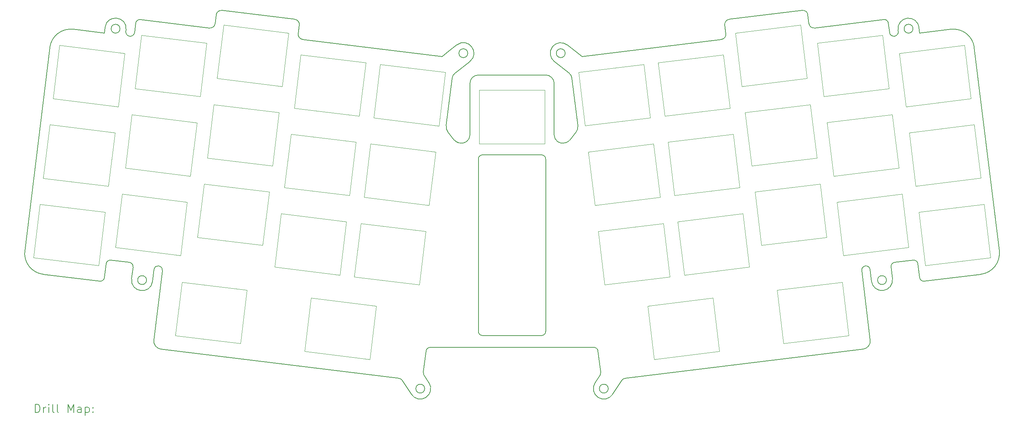
<source format=gbr>
%TF.GenerationSoftware,KiCad,Pcbnew,7.0.11+1*%
%TF.CreationDate,Date%
%TF.ProjectId,plate_alps,706c6174-655f-4616-9c70-732e6b696361,v0.1*%
%TF.SameCoordinates,PX8bd8a70PY50733a9*%
%TF.FileFunction,Drillmap*%
%TF.FilePolarity,Positive*%
%FSLAX45Y45*%
G04 Gerber Fmt 4.5, Leading zero omitted, Abs format (unit mm)*
G04 Created by KiCad*
%MOMM*%
%LPD*%
G01*
G04 APERTURE LIST*
%ADD10C,0.200000*%
%ADD11C,0.100000*%
G04 APERTURE END LIST*
D10*
X15664954Y-7635806D02*
G75*
G03*
X15464946Y-7435806I-200004J-4D01*
G01*
X7768292Y-5899563D02*
X9505248Y-6112834D01*
X13000263Y-6996607D02*
X13157973Y-6873390D01*
X24349350Y-12254164D02*
G75*
G03*
X24460788Y-12341232I99260J12194D01*
G01*
X17344395Y-14654494D02*
X23002554Y-13959760D01*
X5019723Y-11927357D02*
X4979547Y-12254570D01*
X3086355Y-11619111D02*
G75*
G03*
X3521694Y-12176319I496255J-60949D01*
G01*
X13660987Y-7114385D02*
G75*
G03*
X13352501Y-6720889I-154247J196745D01*
G01*
X16636342Y-14759971D02*
G75*
G03*
X17055221Y-15032984I209438J-136509D01*
G01*
X13611743Y-6917636D02*
G75*
G03*
X13401743Y-6917636I-105000J0D01*
G01*
X13401743Y-6917636D02*
G75*
G03*
X13611743Y-6917636I105000J0D01*
G01*
X5694116Y-6426331D02*
X5721460Y-6203634D01*
X5131165Y-11840286D02*
G75*
G03*
X5019723Y-11927357I-12195J-99244D01*
G01*
X13314598Y-7385004D02*
G75*
G03*
X13239224Y-7518236I123112J-157586D01*
G01*
X6155813Y-12066852D02*
X6121562Y-12345799D01*
X13401894Y-9050266D02*
G75*
G03*
X13663947Y-8860145I62056J190126D01*
G01*
X12273674Y-15033392D02*
X12056088Y-14699552D01*
X5574672Y-6512416D02*
X5582675Y-6513399D01*
X25807199Y-12175911D02*
G75*
G03*
X26242538Y-11618705I-60919J496261D01*
G01*
X9609729Y-6246564D02*
X9583984Y-6456240D01*
X23002554Y-13959759D02*
G75*
G03*
X23176689Y-13736877I-24374J198509D01*
G01*
X12720579Y-13914990D02*
X16608264Y-13914636D01*
X24349347Y-12254164D02*
X24309170Y-11926951D01*
X5487603Y-6400975D02*
G75*
G03*
X5574672Y-6512416I99257J-12185D01*
G01*
X6152205Y-13737283D02*
X6354315Y-12091221D01*
X5659546Y-12005918D02*
G75*
G03*
X5572472Y-11894475I-99266J12178D01*
G01*
X5625289Y-12284864D02*
X5659540Y-12005917D01*
X21720071Y-6213315D02*
G75*
G03*
X21853807Y-6317795I119129J14655D01*
G01*
X6326340Y-13960166D02*
X11984498Y-14654900D01*
X24335684Y-6303549D02*
G75*
G03*
X23836896Y-6364792I-249394J-30621D01*
G01*
X23207331Y-12345393D02*
X23173081Y-12066446D01*
X19640428Y-6589563D02*
G75*
G03*
X19744910Y-6455834I-14608J119093D01*
G01*
X16187400Y-8791074D02*
G75*
G03*
X16227949Y-8644029I-157930J122664D01*
G01*
X23207335Y-12345393D02*
G75*
G03*
X23703604Y-12284458I248135J30463D01*
G01*
X16089671Y-7517830D02*
G75*
G03*
X16014293Y-7384602I-198481J-24360D01*
G01*
X7608817Y-6213720D02*
X7634562Y-6004044D01*
X7475086Y-6318205D02*
G75*
G03*
X7608817Y-6213720I14594J119145D01*
G01*
X9583985Y-6456240D02*
G75*
G03*
X9688465Y-6589969I119085J-14640D01*
G01*
X9609728Y-6246564D02*
G75*
G03*
X9505248Y-6112834I-119118J14614D01*
G01*
X15948305Y-9042915D02*
X15927002Y-9049868D01*
X25648849Y-6783501D02*
X26242538Y-11618705D01*
X15927151Y-6917230D02*
G75*
G03*
X15717151Y-6917230I-105000J0D01*
G01*
X15717151Y-6917230D02*
G75*
G03*
X15927151Y-6917230I105000J0D01*
G01*
X15464069Y-9434813D02*
X15464069Y-13534813D01*
X5832902Y-6116562D02*
G75*
G03*
X5721460Y-6203634I-12192J-99248D01*
G01*
X13863947Y-7435806D02*
X15464946Y-7435806D01*
X24352305Y-6438942D02*
X25091641Y-6348163D01*
X15664952Y-8859739D02*
G75*
G03*
X15927002Y-9049868I199998J-1D01*
G01*
X15364069Y-13634813D02*
X13964069Y-13634813D01*
X5491997Y-6365198D02*
G75*
G03*
X4993213Y-6303955I-249392J30621D01*
G01*
X13284686Y-8975862D02*
G75*
G03*
X13380589Y-9043321I157944J122642D01*
G01*
X21853807Y-6317795D02*
X23495992Y-6116160D01*
X5625289Y-12284864D02*
G75*
G03*
X6121562Y-12345799I248137J-30467D01*
G01*
X13157973Y-6873390D02*
X13352501Y-6720888D01*
X13863947Y-7435807D02*
G75*
G03*
X13663947Y-7635806I3J-200003D01*
G01*
X16170920Y-6872985D02*
X16328630Y-6996201D01*
X4237252Y-6348569D02*
X4976589Y-6439348D01*
X13284684Y-8975864D02*
X13141493Y-8791481D01*
X12720579Y-13914988D02*
G75*
G03*
X12621475Y-14001701I11J-100002D01*
G01*
X23756422Y-11894072D02*
G75*
G03*
X23669354Y-12005511I12178J-99248D01*
G01*
X15976392Y-6720482D02*
X16170920Y-6872985D01*
X4237252Y-6348570D02*
G75*
G03*
X3680044Y-6783907I-60922J-496290D01*
G01*
X5832902Y-6116566D02*
X7475087Y-6318201D01*
X13864077Y-13534813D02*
G75*
G03*
X13964069Y-13634813I100023J23D01*
G01*
X19744910Y-6455834D02*
X19719165Y-6246158D01*
X23669354Y-12005511D02*
X23703604Y-12284458D01*
X23560468Y-12314926D02*
G75*
G03*
X23350468Y-12314926I-105000J0D01*
G01*
X23350468Y-12314926D02*
G75*
G03*
X23560468Y-12314926I105000J0D01*
G01*
X13100946Y-8644435D02*
G75*
G03*
X13141493Y-8791481I198474J-24385D01*
G01*
X13660985Y-7114383D02*
X13314601Y-7385008D01*
X13663947Y-7635806D02*
X13663947Y-8860145D01*
X25807199Y-12175913D02*
X24460788Y-12341232D01*
X23607431Y-6203228D02*
G75*
G03*
X23495992Y-6116160I-99251J-12182D01*
G01*
X17272806Y-14699146D02*
X17055220Y-15032986D01*
X13401891Y-9050274D02*
X13380589Y-9043321D01*
X4868105Y-12341637D02*
G75*
G03*
X4979547Y-12254570I12185J99257D01*
G01*
X5582675Y-6513397D02*
G75*
G03*
X5694116Y-6426331I12185J99257D01*
G01*
X15664946Y-8859739D02*
X15664946Y-7635806D01*
X16707385Y-14001340D02*
X16774719Y-14503251D01*
X23634779Y-6425925D02*
G75*
G03*
X23746219Y-6512993I99261J12195D01*
G01*
X13964069Y-9334813D02*
X15364069Y-9334813D01*
X16707385Y-14001340D02*
G75*
G03*
X16608264Y-13914636I-99115J-13300D01*
G01*
X19823646Y-6112429D02*
X21560602Y-5899157D01*
X12588114Y-14896882D02*
G75*
G03*
X12378114Y-14896882I-105000J0D01*
G01*
X12378114Y-14896882D02*
G75*
G03*
X12588114Y-14896882I105000J0D01*
G01*
X24191288Y-6334171D02*
G75*
G03*
X23981288Y-6334171I-105000J0D01*
G01*
X23981288Y-6334171D02*
G75*
G03*
X24191288Y-6334171I105000J0D01*
G01*
X23836896Y-6364792D02*
X23841289Y-6400569D01*
X23607433Y-6203228D02*
X23634777Y-6425925D01*
X13964069Y-9334809D02*
G75*
G03*
X13864069Y-9434813I1J-100001D01*
G01*
X25648854Y-6783501D02*
G75*
G03*
X25091641Y-6348163I-496284J-60949D01*
G01*
X12273673Y-15033389D02*
G75*
G03*
X12692555Y-14760375I209444J136503D01*
G01*
X9688465Y-6589970D02*
X13000263Y-6996607D01*
X16328630Y-6996201D02*
X19640428Y-6589564D01*
X16089670Y-7517830D02*
X16227949Y-8644029D01*
X24309168Y-11926952D02*
G75*
G03*
X24197729Y-11839884I-99248J-12178D01*
G01*
X15464067Y-9434813D02*
G75*
G03*
X15364069Y-9334813I-99997J3D01*
G01*
X16636338Y-14759969D02*
X16759388Y-14571135D01*
X13100944Y-8644435D02*
X13239224Y-7518236D01*
X15976392Y-6720483D02*
G75*
G03*
X15667909Y-7113977I-154242J-196747D01*
G01*
X16950780Y-14896476D02*
G75*
G03*
X16740779Y-14896476I-105000J0D01*
G01*
X16740779Y-14896476D02*
G75*
G03*
X16950780Y-14896476I105000J0D01*
G01*
X4868105Y-12341638D02*
X3521694Y-12176319D01*
X23756422Y-11894069D02*
X24197729Y-11839884D01*
X5131165Y-11840290D02*
X5572472Y-11894475D01*
X12554177Y-14503658D02*
G75*
G03*
X12569505Y-14571541I99113J-13292D01*
G01*
X12569505Y-14571541D02*
X12692555Y-14760375D01*
X5487605Y-6400975D02*
X5491997Y-6365198D01*
X17344396Y-14654496D02*
G75*
G03*
X17272806Y-14699146I12184J-99254D01*
G01*
X21694332Y-6003638D02*
X21720076Y-6213314D01*
X23173082Y-12066442D02*
G75*
G03*
X22974578Y-12090815I-99252J-12188D01*
G01*
X24352260Y-6438580D02*
X24335681Y-6303549D01*
X16759388Y-14571135D02*
G75*
G03*
X16774719Y-14503251I-83778J54595D01*
G01*
X6152205Y-13737283D02*
G75*
G03*
X6326340Y-13960166I198505J-24377D01*
G01*
X13864069Y-13534813D02*
X13864069Y-9434813D01*
X19823646Y-6112427D02*
G75*
G03*
X19719165Y-6246158I14634J-119113D01*
G01*
X23746219Y-6512993D02*
X23754221Y-6512010D01*
X5978426Y-12315332D02*
G75*
G03*
X5768426Y-12315332I-105000J0D01*
G01*
X5768426Y-12315332D02*
G75*
G03*
X5978426Y-12315332I105000J0D01*
G01*
X12554174Y-14503657D02*
X12621475Y-14001701D01*
X16187401Y-8791075D02*
X16044210Y-8975458D01*
X12056089Y-14699551D02*
G75*
G03*
X11984498Y-14654900I-83779J-54609D01*
G01*
X16014293Y-7384602D02*
X15667909Y-7113977D01*
X5347605Y-6334577D02*
G75*
G03*
X5137605Y-6334577I-105000J0D01*
G01*
X5137605Y-6334577D02*
G75*
G03*
X5347605Y-6334577I105000J0D01*
G01*
X15364069Y-13634819D02*
G75*
G03*
X15464069Y-13534813I-9J100009D01*
G01*
X3086356Y-11619111D02*
X3680044Y-6783907D01*
X4993213Y-6303955D02*
X4976633Y-6438986D01*
X21694340Y-6003637D02*
G75*
G03*
X21560602Y-5899157I-119120J-14643D01*
G01*
X15948305Y-9042914D02*
G75*
G03*
X16044210Y-8975458I-62045J190114D01*
G01*
X23754221Y-6512008D02*
G75*
G03*
X23841289Y-6400569I-12191J99258D01*
G01*
X22974578Y-12090815D02*
X23176689Y-13736877D01*
X6354308Y-12091220D02*
G75*
G03*
X6155813Y-12066848I-99248J12180D01*
G01*
X7768292Y-5899557D02*
G75*
G03*
X7634562Y-6004044I-14603J-119133D01*
G01*
D11*
X7810236Y-6247385D02*
X9358608Y-6437502D01*
X9202615Y-7707961D01*
X7654243Y-7517844D01*
X7810236Y-6247385D01*
X9410835Y-8843047D02*
X10959207Y-9033163D01*
X10803214Y-10303622D01*
X9254842Y-10113506D01*
X9410835Y-8843047D01*
X23623490Y-7757980D02*
X22075118Y-7948096D01*
X21919125Y-6677637D01*
X23467497Y-6487521D01*
X23623490Y-7757980D01*
X22665523Y-13633522D02*
X21117151Y-13823639D01*
X20961158Y-12553180D01*
X22509530Y-12363063D01*
X22665523Y-13633522D01*
X5861395Y-6487924D02*
X7409767Y-6678040D01*
X7253774Y-7948499D01*
X5705402Y-7758383D01*
X5861395Y-6487924D01*
X21906810Y-9408241D02*
X20358438Y-9598357D01*
X20202445Y-8327898D01*
X21750817Y-8137782D01*
X21906810Y-9408241D01*
X26036653Y-11780120D02*
X24488281Y-11970236D01*
X24332288Y-10699777D01*
X25880660Y-10509661D01*
X26036653Y-11780120D01*
X3448232Y-10510064D02*
X4996604Y-10700180D01*
X4840611Y-11970639D01*
X3292239Y-11780523D01*
X3448232Y-10510064D01*
X3680394Y-8619264D02*
X5228766Y-8809380D01*
X5072773Y-10079839D01*
X3524401Y-9889723D01*
X3680394Y-8619264D01*
X3912554Y-6728463D02*
X5460926Y-6918579D01*
X5304934Y-8189038D01*
X3756562Y-7998922D01*
X3912554Y-6728463D01*
X9178674Y-10733848D02*
X10727046Y-10923964D01*
X10571053Y-12194423D01*
X9022681Y-12004307D01*
X9178674Y-10733848D01*
X18183249Y-10345264D02*
X16634877Y-10535380D01*
X16478884Y-9264921D01*
X18027257Y-9074805D01*
X18183249Y-10345264D01*
X20306211Y-12003903D02*
X18757839Y-12194019D01*
X18601846Y-10923560D01*
X20150218Y-10733444D01*
X20306211Y-12003903D01*
X23855651Y-9648781D02*
X22307279Y-9838897D01*
X22151286Y-8568438D01*
X23699658Y-8378322D01*
X23855651Y-9648781D01*
X11301635Y-9075208D02*
X12850007Y-9265324D01*
X12694015Y-10535783D01*
X11145643Y-10345667D01*
X11301635Y-9075208D01*
X7345914Y-10028986D02*
X8894286Y-10219103D01*
X8738293Y-11489561D01*
X7189921Y-11299445D01*
X7345914Y-10028986D01*
X11069474Y-10966009D02*
X12617846Y-11156125D01*
X12461853Y-12426584D01*
X10913481Y-12236468D01*
X11069474Y-10966009D01*
X5397073Y-10269526D02*
X6945445Y-10459642D01*
X6789452Y-11730101D01*
X5241080Y-11539984D01*
X5397073Y-10269526D01*
X9642996Y-6952247D02*
X11191368Y-7142363D01*
X11035375Y-8412822D01*
X9487003Y-8222706D01*
X9642996Y-6952247D01*
X7578075Y-8138185D02*
X9126447Y-8328302D01*
X8970454Y-9598761D01*
X7422082Y-9408644D01*
X7578075Y-8138185D01*
X25572330Y-7998519D02*
X24023958Y-8188635D01*
X23867966Y-6918176D01*
X25416338Y-6728060D01*
X25572330Y-7998519D01*
X24087812Y-11539581D02*
X22539440Y-11729697D01*
X22383447Y-10459238D01*
X23931819Y-10269122D01*
X24087812Y-11539581D01*
X6819362Y-12363467D02*
X8367734Y-12553583D01*
X8211741Y-13824042D01*
X6663369Y-13633926D01*
X6819362Y-12363467D01*
X19592972Y-14010784D02*
X18044600Y-14200900D01*
X17888607Y-12930441D01*
X19436979Y-12740325D01*
X19592972Y-14010784D01*
X19841889Y-8222302D02*
X18293517Y-8412418D01*
X18137524Y-7141959D01*
X19685896Y-6951843D01*
X19841889Y-8222302D01*
X5629234Y-8378725D02*
X7177606Y-8568841D01*
X7021613Y-9839300D01*
X5473241Y-9649184D01*
X5629234Y-8378725D01*
X21674649Y-7517441D02*
X20126277Y-7707557D01*
X19970284Y-6437098D01*
X21518656Y-6246982D01*
X21674649Y-7517441D01*
X11533796Y-7184408D02*
X13082168Y-7374524D01*
X12926175Y-8644983D01*
X11377803Y-8454867D01*
X11533796Y-7184408D01*
X17951089Y-8454463D02*
X16402716Y-8644579D01*
X16246724Y-7374120D01*
X17795096Y-7184004D01*
X17951089Y-8454463D01*
X20074050Y-10113103D02*
X18525678Y-10303219D01*
X18369685Y-9032760D01*
X19918057Y-8842644D01*
X20074050Y-10113103D01*
X25804491Y-9889320D02*
X24256119Y-10079436D01*
X24100126Y-8808977D01*
X25648498Y-8618861D01*
X25804491Y-9889320D01*
X22138971Y-11299042D02*
X20590599Y-11489158D01*
X20434606Y-10218699D01*
X21982978Y-10028583D01*
X22138971Y-11299042D01*
X18415411Y-12236064D02*
X16867039Y-12426180D01*
X16711046Y-11155722D01*
X18259418Y-10965605D01*
X18415411Y-12236064D01*
X13883947Y-7795806D02*
X15443947Y-7795806D01*
X15443947Y-9075806D01*
X13883947Y-9075806D01*
X13883947Y-7795806D01*
X9891913Y-12740728D02*
X11440285Y-12930844D01*
X11284292Y-14201303D01*
X9735920Y-14011187D01*
X9891913Y-12740728D01*
D10*
X3333403Y-15468369D02*
X3333403Y-15268369D01*
X3333403Y-15268369D02*
X3381022Y-15268369D01*
X3381022Y-15268369D02*
X3409593Y-15277893D01*
X3409593Y-15277893D02*
X3428641Y-15296941D01*
X3428641Y-15296941D02*
X3438165Y-15315988D01*
X3438165Y-15315988D02*
X3447689Y-15354084D01*
X3447689Y-15354084D02*
X3447689Y-15382655D01*
X3447689Y-15382655D02*
X3438165Y-15420750D01*
X3438165Y-15420750D02*
X3428641Y-15439798D01*
X3428641Y-15439798D02*
X3409593Y-15458846D01*
X3409593Y-15458846D02*
X3381022Y-15468369D01*
X3381022Y-15468369D02*
X3333403Y-15468369D01*
X3533403Y-15468369D02*
X3533403Y-15335036D01*
X3533403Y-15373131D02*
X3542927Y-15354084D01*
X3542927Y-15354084D02*
X3552450Y-15344560D01*
X3552450Y-15344560D02*
X3571498Y-15335036D01*
X3571498Y-15335036D02*
X3590546Y-15335036D01*
X3657212Y-15468369D02*
X3657212Y-15335036D01*
X3657212Y-15268369D02*
X3647689Y-15277893D01*
X3647689Y-15277893D02*
X3657212Y-15287417D01*
X3657212Y-15287417D02*
X3666736Y-15277893D01*
X3666736Y-15277893D02*
X3657212Y-15268369D01*
X3657212Y-15268369D02*
X3657212Y-15287417D01*
X3781022Y-15468369D02*
X3761974Y-15458846D01*
X3761974Y-15458846D02*
X3752450Y-15439798D01*
X3752450Y-15439798D02*
X3752450Y-15268369D01*
X3885784Y-15468369D02*
X3866736Y-15458846D01*
X3866736Y-15458846D02*
X3857212Y-15439798D01*
X3857212Y-15439798D02*
X3857212Y-15268369D01*
X4114355Y-15468369D02*
X4114355Y-15268369D01*
X4114355Y-15268369D02*
X4181022Y-15411227D01*
X4181022Y-15411227D02*
X4247689Y-15268369D01*
X4247689Y-15268369D02*
X4247689Y-15468369D01*
X4428641Y-15468369D02*
X4428641Y-15363608D01*
X4428641Y-15363608D02*
X4419117Y-15344560D01*
X4419117Y-15344560D02*
X4400070Y-15335036D01*
X4400070Y-15335036D02*
X4361974Y-15335036D01*
X4361974Y-15335036D02*
X4342927Y-15344560D01*
X4428641Y-15458846D02*
X4409593Y-15468369D01*
X4409593Y-15468369D02*
X4361974Y-15468369D01*
X4361974Y-15468369D02*
X4342927Y-15458846D01*
X4342927Y-15458846D02*
X4333403Y-15439798D01*
X4333403Y-15439798D02*
X4333403Y-15420750D01*
X4333403Y-15420750D02*
X4342927Y-15401703D01*
X4342927Y-15401703D02*
X4361974Y-15392179D01*
X4361974Y-15392179D02*
X4409593Y-15392179D01*
X4409593Y-15392179D02*
X4428641Y-15382655D01*
X4523879Y-15335036D02*
X4523879Y-15535036D01*
X4523879Y-15344560D02*
X4542927Y-15335036D01*
X4542927Y-15335036D02*
X4581022Y-15335036D01*
X4581022Y-15335036D02*
X4600070Y-15344560D01*
X4600070Y-15344560D02*
X4609593Y-15354084D01*
X4609593Y-15354084D02*
X4619117Y-15373131D01*
X4619117Y-15373131D02*
X4619117Y-15430274D01*
X4619117Y-15430274D02*
X4609593Y-15449322D01*
X4609593Y-15449322D02*
X4600070Y-15458846D01*
X4600070Y-15458846D02*
X4581022Y-15468369D01*
X4581022Y-15468369D02*
X4542927Y-15468369D01*
X4542927Y-15468369D02*
X4523879Y-15458846D01*
X4704832Y-15449322D02*
X4714355Y-15458846D01*
X4714355Y-15458846D02*
X4704832Y-15468369D01*
X4704832Y-15468369D02*
X4695308Y-15458846D01*
X4695308Y-15458846D02*
X4704832Y-15449322D01*
X4704832Y-15449322D02*
X4704832Y-15468369D01*
X4704832Y-15344560D02*
X4714355Y-15354084D01*
X4714355Y-15354084D02*
X4704832Y-15363608D01*
X4704832Y-15363608D02*
X4695308Y-15354084D01*
X4695308Y-15354084D02*
X4704832Y-15344560D01*
X4704832Y-15344560D02*
X4704832Y-15363608D01*
M02*

</source>
